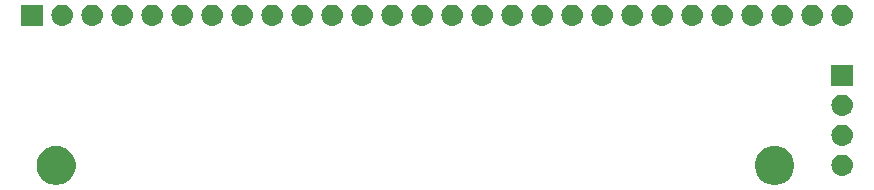
<source format=gbs>
G04 #@! TF.GenerationSoftware,KiCad,Pcbnew,5.1.2-f72e74a~84~ubuntu18.04.1*
G04 #@! TF.CreationDate,2019-07-20T11:54:10-04:00*
G04 #@! TF.ProjectId,stm32G0_basic,73746d33-3247-4305-9f62-617369632e6b,rev?*
G04 #@! TF.SameCoordinates,Original*
G04 #@! TF.FileFunction,Soldermask,Bot*
G04 #@! TF.FilePolarity,Negative*
%FSLAX46Y46*%
G04 Gerber Fmt 4.6, Leading zero omitted, Abs format (unit mm)*
G04 Created by KiCad (PCBNEW 5.1.2-f72e74a~84~ubuntu18.04.1) date 2019-07-20 11:54:10*
%MOMM*%
%LPD*%
G04 APERTURE LIST*
%ADD10C,0.100000*%
G04 APERTURE END LIST*
D10*
G36*
X164840256Y-112691298D02*
G01*
X164946579Y-112712447D01*
X165247042Y-112836903D01*
X165517451Y-113017585D01*
X165747415Y-113247549D01*
X165928097Y-113517958D01*
X166052553Y-113818421D01*
X166116000Y-114137391D01*
X166116000Y-114462609D01*
X166052553Y-114781579D01*
X165928097Y-115082042D01*
X165747415Y-115352451D01*
X165517451Y-115582415D01*
X165247042Y-115763097D01*
X164946579Y-115887553D01*
X164840256Y-115908702D01*
X164627611Y-115951000D01*
X164302389Y-115951000D01*
X164089744Y-115908702D01*
X163983421Y-115887553D01*
X163682958Y-115763097D01*
X163412549Y-115582415D01*
X163182585Y-115352451D01*
X163001903Y-115082042D01*
X162877447Y-114781579D01*
X162814000Y-114462609D01*
X162814000Y-114137391D01*
X162877447Y-113818421D01*
X163001903Y-113517958D01*
X163182585Y-113247549D01*
X163412549Y-113017585D01*
X163682958Y-112836903D01*
X163983421Y-112712447D01*
X164089744Y-112691298D01*
X164302389Y-112649000D01*
X164627611Y-112649000D01*
X164840256Y-112691298D01*
X164840256Y-112691298D01*
G37*
G36*
X104007256Y-112691298D02*
G01*
X104113579Y-112712447D01*
X104414042Y-112836903D01*
X104684451Y-113017585D01*
X104914415Y-113247549D01*
X105095097Y-113517958D01*
X105219553Y-113818421D01*
X105283000Y-114137391D01*
X105283000Y-114462609D01*
X105219553Y-114781579D01*
X105095097Y-115082042D01*
X104914415Y-115352451D01*
X104684451Y-115582415D01*
X104414042Y-115763097D01*
X104113579Y-115887553D01*
X104007256Y-115908702D01*
X103794611Y-115951000D01*
X103469389Y-115951000D01*
X103256744Y-115908702D01*
X103150421Y-115887553D01*
X102849958Y-115763097D01*
X102579549Y-115582415D01*
X102349585Y-115352451D01*
X102168903Y-115082042D01*
X102044447Y-114781579D01*
X101981000Y-114462609D01*
X101981000Y-114137391D01*
X102044447Y-113818421D01*
X102168903Y-113517958D01*
X102349585Y-113247549D01*
X102579549Y-113017585D01*
X102849958Y-112836903D01*
X103150421Y-112712447D01*
X103256744Y-112691298D01*
X103469389Y-112649000D01*
X103794611Y-112649000D01*
X104007256Y-112691298D01*
X104007256Y-112691298D01*
G37*
G36*
X170290443Y-113405519D02*
G01*
X170356627Y-113412037D01*
X170526466Y-113463557D01*
X170682991Y-113547222D01*
X170718729Y-113576552D01*
X170820186Y-113659814D01*
X170903448Y-113761271D01*
X170932778Y-113797009D01*
X171016443Y-113953534D01*
X171067963Y-114123373D01*
X171085359Y-114300000D01*
X171067963Y-114476627D01*
X171016443Y-114646466D01*
X170932778Y-114802991D01*
X170903448Y-114838729D01*
X170820186Y-114940186D01*
X170718729Y-115023448D01*
X170682991Y-115052778D01*
X170526466Y-115136443D01*
X170356627Y-115187963D01*
X170290442Y-115194482D01*
X170224260Y-115201000D01*
X170135740Y-115201000D01*
X170069558Y-115194482D01*
X170003373Y-115187963D01*
X169833534Y-115136443D01*
X169677009Y-115052778D01*
X169641271Y-115023448D01*
X169539814Y-114940186D01*
X169456552Y-114838729D01*
X169427222Y-114802991D01*
X169343557Y-114646466D01*
X169292037Y-114476627D01*
X169274641Y-114300000D01*
X169292037Y-114123373D01*
X169343557Y-113953534D01*
X169427222Y-113797009D01*
X169456552Y-113761271D01*
X169539814Y-113659814D01*
X169641271Y-113576552D01*
X169677009Y-113547222D01*
X169833534Y-113463557D01*
X170003373Y-113412037D01*
X170069557Y-113405519D01*
X170135740Y-113399000D01*
X170224260Y-113399000D01*
X170290443Y-113405519D01*
X170290443Y-113405519D01*
G37*
G36*
X170290442Y-110865518D02*
G01*
X170356627Y-110872037D01*
X170526466Y-110923557D01*
X170682991Y-111007222D01*
X170718729Y-111036552D01*
X170820186Y-111119814D01*
X170903448Y-111221271D01*
X170932778Y-111257009D01*
X171016443Y-111413534D01*
X171067963Y-111583373D01*
X171085359Y-111760000D01*
X171067963Y-111936627D01*
X171016443Y-112106466D01*
X170932778Y-112262991D01*
X170903448Y-112298729D01*
X170820186Y-112400186D01*
X170718729Y-112483448D01*
X170682991Y-112512778D01*
X170526466Y-112596443D01*
X170356627Y-112647963D01*
X170290442Y-112654482D01*
X170224260Y-112661000D01*
X170135740Y-112661000D01*
X170069558Y-112654482D01*
X170003373Y-112647963D01*
X169833534Y-112596443D01*
X169677009Y-112512778D01*
X169641271Y-112483448D01*
X169539814Y-112400186D01*
X169456552Y-112298729D01*
X169427222Y-112262991D01*
X169343557Y-112106466D01*
X169292037Y-111936627D01*
X169274641Y-111760000D01*
X169292037Y-111583373D01*
X169343557Y-111413534D01*
X169427222Y-111257009D01*
X169456552Y-111221271D01*
X169539814Y-111119814D01*
X169641271Y-111036552D01*
X169677009Y-111007222D01*
X169833534Y-110923557D01*
X170003373Y-110872037D01*
X170069558Y-110865518D01*
X170135740Y-110859000D01*
X170224260Y-110859000D01*
X170290442Y-110865518D01*
X170290442Y-110865518D01*
G37*
G36*
X170290443Y-108325519D02*
G01*
X170356627Y-108332037D01*
X170526466Y-108383557D01*
X170682991Y-108467222D01*
X170718729Y-108496552D01*
X170820186Y-108579814D01*
X170903448Y-108681271D01*
X170932778Y-108717009D01*
X171016443Y-108873534D01*
X171067963Y-109043373D01*
X171085359Y-109220000D01*
X171067963Y-109396627D01*
X171016443Y-109566466D01*
X170932778Y-109722991D01*
X170903448Y-109758729D01*
X170820186Y-109860186D01*
X170718729Y-109943448D01*
X170682991Y-109972778D01*
X170526466Y-110056443D01*
X170356627Y-110107963D01*
X170290443Y-110114481D01*
X170224260Y-110121000D01*
X170135740Y-110121000D01*
X170069557Y-110114481D01*
X170003373Y-110107963D01*
X169833534Y-110056443D01*
X169677009Y-109972778D01*
X169641271Y-109943448D01*
X169539814Y-109860186D01*
X169456552Y-109758729D01*
X169427222Y-109722991D01*
X169343557Y-109566466D01*
X169292037Y-109396627D01*
X169274641Y-109220000D01*
X169292037Y-109043373D01*
X169343557Y-108873534D01*
X169427222Y-108717009D01*
X169456552Y-108681271D01*
X169539814Y-108579814D01*
X169641271Y-108496552D01*
X169677009Y-108467222D01*
X169833534Y-108383557D01*
X170003373Y-108332037D01*
X170069557Y-108325519D01*
X170135740Y-108319000D01*
X170224260Y-108319000D01*
X170290443Y-108325519D01*
X170290443Y-108325519D01*
G37*
G36*
X171081000Y-107581000D02*
G01*
X169279000Y-107581000D01*
X169279000Y-105779000D01*
X171081000Y-105779000D01*
X171081000Y-107581000D01*
X171081000Y-107581000D01*
G37*
G36*
X144890443Y-100705519D02*
G01*
X144956627Y-100712037D01*
X145126466Y-100763557D01*
X145282991Y-100847222D01*
X145318729Y-100876552D01*
X145420186Y-100959814D01*
X145503448Y-101061271D01*
X145532778Y-101097009D01*
X145616443Y-101253534D01*
X145667963Y-101423373D01*
X145685359Y-101600000D01*
X145667963Y-101776627D01*
X145616443Y-101946466D01*
X145532778Y-102102991D01*
X145503448Y-102138729D01*
X145420186Y-102240186D01*
X145318729Y-102323448D01*
X145282991Y-102352778D01*
X145126466Y-102436443D01*
X144956627Y-102487963D01*
X144890442Y-102494482D01*
X144824260Y-102501000D01*
X144735740Y-102501000D01*
X144669558Y-102494482D01*
X144603373Y-102487963D01*
X144433534Y-102436443D01*
X144277009Y-102352778D01*
X144241271Y-102323448D01*
X144139814Y-102240186D01*
X144056552Y-102138729D01*
X144027222Y-102102991D01*
X143943557Y-101946466D01*
X143892037Y-101776627D01*
X143874641Y-101600000D01*
X143892037Y-101423373D01*
X143943557Y-101253534D01*
X144027222Y-101097009D01*
X144056552Y-101061271D01*
X144139814Y-100959814D01*
X144241271Y-100876552D01*
X144277009Y-100847222D01*
X144433534Y-100763557D01*
X144603373Y-100712037D01*
X144669557Y-100705519D01*
X144735740Y-100699000D01*
X144824260Y-100699000D01*
X144890443Y-100705519D01*
X144890443Y-100705519D01*
G37*
G36*
X102501000Y-102501000D02*
G01*
X100699000Y-102501000D01*
X100699000Y-100699000D01*
X102501000Y-100699000D01*
X102501000Y-102501000D01*
X102501000Y-102501000D01*
G37*
G36*
X147430443Y-100705519D02*
G01*
X147496627Y-100712037D01*
X147666466Y-100763557D01*
X147822991Y-100847222D01*
X147858729Y-100876552D01*
X147960186Y-100959814D01*
X148043448Y-101061271D01*
X148072778Y-101097009D01*
X148156443Y-101253534D01*
X148207963Y-101423373D01*
X148225359Y-101600000D01*
X148207963Y-101776627D01*
X148156443Y-101946466D01*
X148072778Y-102102991D01*
X148043448Y-102138729D01*
X147960186Y-102240186D01*
X147858729Y-102323448D01*
X147822991Y-102352778D01*
X147666466Y-102436443D01*
X147496627Y-102487963D01*
X147430442Y-102494482D01*
X147364260Y-102501000D01*
X147275740Y-102501000D01*
X147209558Y-102494482D01*
X147143373Y-102487963D01*
X146973534Y-102436443D01*
X146817009Y-102352778D01*
X146781271Y-102323448D01*
X146679814Y-102240186D01*
X146596552Y-102138729D01*
X146567222Y-102102991D01*
X146483557Y-101946466D01*
X146432037Y-101776627D01*
X146414641Y-101600000D01*
X146432037Y-101423373D01*
X146483557Y-101253534D01*
X146567222Y-101097009D01*
X146596552Y-101061271D01*
X146679814Y-100959814D01*
X146781271Y-100876552D01*
X146817009Y-100847222D01*
X146973534Y-100763557D01*
X147143373Y-100712037D01*
X147209557Y-100705519D01*
X147275740Y-100699000D01*
X147364260Y-100699000D01*
X147430443Y-100705519D01*
X147430443Y-100705519D01*
G37*
G36*
X149970443Y-100705519D02*
G01*
X150036627Y-100712037D01*
X150206466Y-100763557D01*
X150362991Y-100847222D01*
X150398729Y-100876552D01*
X150500186Y-100959814D01*
X150583448Y-101061271D01*
X150612778Y-101097009D01*
X150696443Y-101253534D01*
X150747963Y-101423373D01*
X150765359Y-101600000D01*
X150747963Y-101776627D01*
X150696443Y-101946466D01*
X150612778Y-102102991D01*
X150583448Y-102138729D01*
X150500186Y-102240186D01*
X150398729Y-102323448D01*
X150362991Y-102352778D01*
X150206466Y-102436443D01*
X150036627Y-102487963D01*
X149970442Y-102494482D01*
X149904260Y-102501000D01*
X149815740Y-102501000D01*
X149749558Y-102494482D01*
X149683373Y-102487963D01*
X149513534Y-102436443D01*
X149357009Y-102352778D01*
X149321271Y-102323448D01*
X149219814Y-102240186D01*
X149136552Y-102138729D01*
X149107222Y-102102991D01*
X149023557Y-101946466D01*
X148972037Y-101776627D01*
X148954641Y-101600000D01*
X148972037Y-101423373D01*
X149023557Y-101253534D01*
X149107222Y-101097009D01*
X149136552Y-101061271D01*
X149219814Y-100959814D01*
X149321271Y-100876552D01*
X149357009Y-100847222D01*
X149513534Y-100763557D01*
X149683373Y-100712037D01*
X149749557Y-100705519D01*
X149815740Y-100699000D01*
X149904260Y-100699000D01*
X149970443Y-100705519D01*
X149970443Y-100705519D01*
G37*
G36*
X152510443Y-100705519D02*
G01*
X152576627Y-100712037D01*
X152746466Y-100763557D01*
X152902991Y-100847222D01*
X152938729Y-100876552D01*
X153040186Y-100959814D01*
X153123448Y-101061271D01*
X153152778Y-101097009D01*
X153236443Y-101253534D01*
X153287963Y-101423373D01*
X153305359Y-101600000D01*
X153287963Y-101776627D01*
X153236443Y-101946466D01*
X153152778Y-102102991D01*
X153123448Y-102138729D01*
X153040186Y-102240186D01*
X152938729Y-102323448D01*
X152902991Y-102352778D01*
X152746466Y-102436443D01*
X152576627Y-102487963D01*
X152510442Y-102494482D01*
X152444260Y-102501000D01*
X152355740Y-102501000D01*
X152289558Y-102494482D01*
X152223373Y-102487963D01*
X152053534Y-102436443D01*
X151897009Y-102352778D01*
X151861271Y-102323448D01*
X151759814Y-102240186D01*
X151676552Y-102138729D01*
X151647222Y-102102991D01*
X151563557Y-101946466D01*
X151512037Y-101776627D01*
X151494641Y-101600000D01*
X151512037Y-101423373D01*
X151563557Y-101253534D01*
X151647222Y-101097009D01*
X151676552Y-101061271D01*
X151759814Y-100959814D01*
X151861271Y-100876552D01*
X151897009Y-100847222D01*
X152053534Y-100763557D01*
X152223373Y-100712037D01*
X152289557Y-100705519D01*
X152355740Y-100699000D01*
X152444260Y-100699000D01*
X152510443Y-100705519D01*
X152510443Y-100705519D01*
G37*
G36*
X155050443Y-100705519D02*
G01*
X155116627Y-100712037D01*
X155286466Y-100763557D01*
X155442991Y-100847222D01*
X155478729Y-100876552D01*
X155580186Y-100959814D01*
X155663448Y-101061271D01*
X155692778Y-101097009D01*
X155776443Y-101253534D01*
X155827963Y-101423373D01*
X155845359Y-101600000D01*
X155827963Y-101776627D01*
X155776443Y-101946466D01*
X155692778Y-102102991D01*
X155663448Y-102138729D01*
X155580186Y-102240186D01*
X155478729Y-102323448D01*
X155442991Y-102352778D01*
X155286466Y-102436443D01*
X155116627Y-102487963D01*
X155050442Y-102494482D01*
X154984260Y-102501000D01*
X154895740Y-102501000D01*
X154829558Y-102494482D01*
X154763373Y-102487963D01*
X154593534Y-102436443D01*
X154437009Y-102352778D01*
X154401271Y-102323448D01*
X154299814Y-102240186D01*
X154216552Y-102138729D01*
X154187222Y-102102991D01*
X154103557Y-101946466D01*
X154052037Y-101776627D01*
X154034641Y-101600000D01*
X154052037Y-101423373D01*
X154103557Y-101253534D01*
X154187222Y-101097009D01*
X154216552Y-101061271D01*
X154299814Y-100959814D01*
X154401271Y-100876552D01*
X154437009Y-100847222D01*
X154593534Y-100763557D01*
X154763373Y-100712037D01*
X154829557Y-100705519D01*
X154895740Y-100699000D01*
X154984260Y-100699000D01*
X155050443Y-100705519D01*
X155050443Y-100705519D01*
G37*
G36*
X157590443Y-100705519D02*
G01*
X157656627Y-100712037D01*
X157826466Y-100763557D01*
X157982991Y-100847222D01*
X158018729Y-100876552D01*
X158120186Y-100959814D01*
X158203448Y-101061271D01*
X158232778Y-101097009D01*
X158316443Y-101253534D01*
X158367963Y-101423373D01*
X158385359Y-101600000D01*
X158367963Y-101776627D01*
X158316443Y-101946466D01*
X158232778Y-102102991D01*
X158203448Y-102138729D01*
X158120186Y-102240186D01*
X158018729Y-102323448D01*
X157982991Y-102352778D01*
X157826466Y-102436443D01*
X157656627Y-102487963D01*
X157590442Y-102494482D01*
X157524260Y-102501000D01*
X157435740Y-102501000D01*
X157369558Y-102494482D01*
X157303373Y-102487963D01*
X157133534Y-102436443D01*
X156977009Y-102352778D01*
X156941271Y-102323448D01*
X156839814Y-102240186D01*
X156756552Y-102138729D01*
X156727222Y-102102991D01*
X156643557Y-101946466D01*
X156592037Y-101776627D01*
X156574641Y-101600000D01*
X156592037Y-101423373D01*
X156643557Y-101253534D01*
X156727222Y-101097009D01*
X156756552Y-101061271D01*
X156839814Y-100959814D01*
X156941271Y-100876552D01*
X156977009Y-100847222D01*
X157133534Y-100763557D01*
X157303373Y-100712037D01*
X157369557Y-100705519D01*
X157435740Y-100699000D01*
X157524260Y-100699000D01*
X157590443Y-100705519D01*
X157590443Y-100705519D01*
G37*
G36*
X160130443Y-100705519D02*
G01*
X160196627Y-100712037D01*
X160366466Y-100763557D01*
X160522991Y-100847222D01*
X160558729Y-100876552D01*
X160660186Y-100959814D01*
X160743448Y-101061271D01*
X160772778Y-101097009D01*
X160856443Y-101253534D01*
X160907963Y-101423373D01*
X160925359Y-101600000D01*
X160907963Y-101776627D01*
X160856443Y-101946466D01*
X160772778Y-102102991D01*
X160743448Y-102138729D01*
X160660186Y-102240186D01*
X160558729Y-102323448D01*
X160522991Y-102352778D01*
X160366466Y-102436443D01*
X160196627Y-102487963D01*
X160130442Y-102494482D01*
X160064260Y-102501000D01*
X159975740Y-102501000D01*
X159909558Y-102494482D01*
X159843373Y-102487963D01*
X159673534Y-102436443D01*
X159517009Y-102352778D01*
X159481271Y-102323448D01*
X159379814Y-102240186D01*
X159296552Y-102138729D01*
X159267222Y-102102991D01*
X159183557Y-101946466D01*
X159132037Y-101776627D01*
X159114641Y-101600000D01*
X159132037Y-101423373D01*
X159183557Y-101253534D01*
X159267222Y-101097009D01*
X159296552Y-101061271D01*
X159379814Y-100959814D01*
X159481271Y-100876552D01*
X159517009Y-100847222D01*
X159673534Y-100763557D01*
X159843373Y-100712037D01*
X159909557Y-100705519D01*
X159975740Y-100699000D01*
X160064260Y-100699000D01*
X160130443Y-100705519D01*
X160130443Y-100705519D01*
G37*
G36*
X162670443Y-100705519D02*
G01*
X162736627Y-100712037D01*
X162906466Y-100763557D01*
X163062991Y-100847222D01*
X163098729Y-100876552D01*
X163200186Y-100959814D01*
X163283448Y-101061271D01*
X163312778Y-101097009D01*
X163396443Y-101253534D01*
X163447963Y-101423373D01*
X163465359Y-101600000D01*
X163447963Y-101776627D01*
X163396443Y-101946466D01*
X163312778Y-102102991D01*
X163283448Y-102138729D01*
X163200186Y-102240186D01*
X163098729Y-102323448D01*
X163062991Y-102352778D01*
X162906466Y-102436443D01*
X162736627Y-102487963D01*
X162670442Y-102494482D01*
X162604260Y-102501000D01*
X162515740Y-102501000D01*
X162449558Y-102494482D01*
X162383373Y-102487963D01*
X162213534Y-102436443D01*
X162057009Y-102352778D01*
X162021271Y-102323448D01*
X161919814Y-102240186D01*
X161836552Y-102138729D01*
X161807222Y-102102991D01*
X161723557Y-101946466D01*
X161672037Y-101776627D01*
X161654641Y-101600000D01*
X161672037Y-101423373D01*
X161723557Y-101253534D01*
X161807222Y-101097009D01*
X161836552Y-101061271D01*
X161919814Y-100959814D01*
X162021271Y-100876552D01*
X162057009Y-100847222D01*
X162213534Y-100763557D01*
X162383373Y-100712037D01*
X162449557Y-100705519D01*
X162515740Y-100699000D01*
X162604260Y-100699000D01*
X162670443Y-100705519D01*
X162670443Y-100705519D01*
G37*
G36*
X165210443Y-100705519D02*
G01*
X165276627Y-100712037D01*
X165446466Y-100763557D01*
X165602991Y-100847222D01*
X165638729Y-100876552D01*
X165740186Y-100959814D01*
X165823448Y-101061271D01*
X165852778Y-101097009D01*
X165936443Y-101253534D01*
X165987963Y-101423373D01*
X166005359Y-101600000D01*
X165987963Y-101776627D01*
X165936443Y-101946466D01*
X165852778Y-102102991D01*
X165823448Y-102138729D01*
X165740186Y-102240186D01*
X165638729Y-102323448D01*
X165602991Y-102352778D01*
X165446466Y-102436443D01*
X165276627Y-102487963D01*
X165210442Y-102494482D01*
X165144260Y-102501000D01*
X165055740Y-102501000D01*
X164989558Y-102494482D01*
X164923373Y-102487963D01*
X164753534Y-102436443D01*
X164597009Y-102352778D01*
X164561271Y-102323448D01*
X164459814Y-102240186D01*
X164376552Y-102138729D01*
X164347222Y-102102991D01*
X164263557Y-101946466D01*
X164212037Y-101776627D01*
X164194641Y-101600000D01*
X164212037Y-101423373D01*
X164263557Y-101253534D01*
X164347222Y-101097009D01*
X164376552Y-101061271D01*
X164459814Y-100959814D01*
X164561271Y-100876552D01*
X164597009Y-100847222D01*
X164753534Y-100763557D01*
X164923373Y-100712037D01*
X164989557Y-100705519D01*
X165055740Y-100699000D01*
X165144260Y-100699000D01*
X165210443Y-100705519D01*
X165210443Y-100705519D01*
G37*
G36*
X167750443Y-100705519D02*
G01*
X167816627Y-100712037D01*
X167986466Y-100763557D01*
X168142991Y-100847222D01*
X168178729Y-100876552D01*
X168280186Y-100959814D01*
X168363448Y-101061271D01*
X168392778Y-101097009D01*
X168476443Y-101253534D01*
X168527963Y-101423373D01*
X168545359Y-101600000D01*
X168527963Y-101776627D01*
X168476443Y-101946466D01*
X168392778Y-102102991D01*
X168363448Y-102138729D01*
X168280186Y-102240186D01*
X168178729Y-102323448D01*
X168142991Y-102352778D01*
X167986466Y-102436443D01*
X167816627Y-102487963D01*
X167750442Y-102494482D01*
X167684260Y-102501000D01*
X167595740Y-102501000D01*
X167529558Y-102494482D01*
X167463373Y-102487963D01*
X167293534Y-102436443D01*
X167137009Y-102352778D01*
X167101271Y-102323448D01*
X166999814Y-102240186D01*
X166916552Y-102138729D01*
X166887222Y-102102991D01*
X166803557Y-101946466D01*
X166752037Y-101776627D01*
X166734641Y-101600000D01*
X166752037Y-101423373D01*
X166803557Y-101253534D01*
X166887222Y-101097009D01*
X166916552Y-101061271D01*
X166999814Y-100959814D01*
X167101271Y-100876552D01*
X167137009Y-100847222D01*
X167293534Y-100763557D01*
X167463373Y-100712037D01*
X167529557Y-100705519D01*
X167595740Y-100699000D01*
X167684260Y-100699000D01*
X167750443Y-100705519D01*
X167750443Y-100705519D01*
G37*
G36*
X170290443Y-100705519D02*
G01*
X170356627Y-100712037D01*
X170526466Y-100763557D01*
X170682991Y-100847222D01*
X170718729Y-100876552D01*
X170820186Y-100959814D01*
X170903448Y-101061271D01*
X170932778Y-101097009D01*
X171016443Y-101253534D01*
X171067963Y-101423373D01*
X171085359Y-101600000D01*
X171067963Y-101776627D01*
X171016443Y-101946466D01*
X170932778Y-102102991D01*
X170903448Y-102138729D01*
X170820186Y-102240186D01*
X170718729Y-102323448D01*
X170682991Y-102352778D01*
X170526466Y-102436443D01*
X170356627Y-102487963D01*
X170290442Y-102494482D01*
X170224260Y-102501000D01*
X170135740Y-102501000D01*
X170069558Y-102494482D01*
X170003373Y-102487963D01*
X169833534Y-102436443D01*
X169677009Y-102352778D01*
X169641271Y-102323448D01*
X169539814Y-102240186D01*
X169456552Y-102138729D01*
X169427222Y-102102991D01*
X169343557Y-101946466D01*
X169292037Y-101776627D01*
X169274641Y-101600000D01*
X169292037Y-101423373D01*
X169343557Y-101253534D01*
X169427222Y-101097009D01*
X169456552Y-101061271D01*
X169539814Y-100959814D01*
X169641271Y-100876552D01*
X169677009Y-100847222D01*
X169833534Y-100763557D01*
X170003373Y-100712037D01*
X170069557Y-100705519D01*
X170135740Y-100699000D01*
X170224260Y-100699000D01*
X170290443Y-100705519D01*
X170290443Y-100705519D01*
G37*
G36*
X109330443Y-100705519D02*
G01*
X109396627Y-100712037D01*
X109566466Y-100763557D01*
X109722991Y-100847222D01*
X109758729Y-100876552D01*
X109860186Y-100959814D01*
X109943448Y-101061271D01*
X109972778Y-101097009D01*
X110056443Y-101253534D01*
X110107963Y-101423373D01*
X110125359Y-101600000D01*
X110107963Y-101776627D01*
X110056443Y-101946466D01*
X109972778Y-102102991D01*
X109943448Y-102138729D01*
X109860186Y-102240186D01*
X109758729Y-102323448D01*
X109722991Y-102352778D01*
X109566466Y-102436443D01*
X109396627Y-102487963D01*
X109330442Y-102494482D01*
X109264260Y-102501000D01*
X109175740Y-102501000D01*
X109109558Y-102494482D01*
X109043373Y-102487963D01*
X108873534Y-102436443D01*
X108717009Y-102352778D01*
X108681271Y-102323448D01*
X108579814Y-102240186D01*
X108496552Y-102138729D01*
X108467222Y-102102991D01*
X108383557Y-101946466D01*
X108332037Y-101776627D01*
X108314641Y-101600000D01*
X108332037Y-101423373D01*
X108383557Y-101253534D01*
X108467222Y-101097009D01*
X108496552Y-101061271D01*
X108579814Y-100959814D01*
X108681271Y-100876552D01*
X108717009Y-100847222D01*
X108873534Y-100763557D01*
X109043373Y-100712037D01*
X109109557Y-100705519D01*
X109175740Y-100699000D01*
X109264260Y-100699000D01*
X109330443Y-100705519D01*
X109330443Y-100705519D01*
G37*
G36*
X104250443Y-100705519D02*
G01*
X104316627Y-100712037D01*
X104486466Y-100763557D01*
X104642991Y-100847222D01*
X104678729Y-100876552D01*
X104780186Y-100959814D01*
X104863448Y-101061271D01*
X104892778Y-101097009D01*
X104976443Y-101253534D01*
X105027963Y-101423373D01*
X105045359Y-101600000D01*
X105027963Y-101776627D01*
X104976443Y-101946466D01*
X104892778Y-102102991D01*
X104863448Y-102138729D01*
X104780186Y-102240186D01*
X104678729Y-102323448D01*
X104642991Y-102352778D01*
X104486466Y-102436443D01*
X104316627Y-102487963D01*
X104250442Y-102494482D01*
X104184260Y-102501000D01*
X104095740Y-102501000D01*
X104029558Y-102494482D01*
X103963373Y-102487963D01*
X103793534Y-102436443D01*
X103637009Y-102352778D01*
X103601271Y-102323448D01*
X103499814Y-102240186D01*
X103416552Y-102138729D01*
X103387222Y-102102991D01*
X103303557Y-101946466D01*
X103252037Y-101776627D01*
X103234641Y-101600000D01*
X103252037Y-101423373D01*
X103303557Y-101253534D01*
X103387222Y-101097009D01*
X103416552Y-101061271D01*
X103499814Y-100959814D01*
X103601271Y-100876552D01*
X103637009Y-100847222D01*
X103793534Y-100763557D01*
X103963373Y-100712037D01*
X104029557Y-100705519D01*
X104095740Y-100699000D01*
X104184260Y-100699000D01*
X104250443Y-100705519D01*
X104250443Y-100705519D01*
G37*
G36*
X142350443Y-100705519D02*
G01*
X142416627Y-100712037D01*
X142586466Y-100763557D01*
X142742991Y-100847222D01*
X142778729Y-100876552D01*
X142880186Y-100959814D01*
X142963448Y-101061271D01*
X142992778Y-101097009D01*
X143076443Y-101253534D01*
X143127963Y-101423373D01*
X143145359Y-101600000D01*
X143127963Y-101776627D01*
X143076443Y-101946466D01*
X142992778Y-102102991D01*
X142963448Y-102138729D01*
X142880186Y-102240186D01*
X142778729Y-102323448D01*
X142742991Y-102352778D01*
X142586466Y-102436443D01*
X142416627Y-102487963D01*
X142350442Y-102494482D01*
X142284260Y-102501000D01*
X142195740Y-102501000D01*
X142129558Y-102494482D01*
X142063373Y-102487963D01*
X141893534Y-102436443D01*
X141737009Y-102352778D01*
X141701271Y-102323448D01*
X141599814Y-102240186D01*
X141516552Y-102138729D01*
X141487222Y-102102991D01*
X141403557Y-101946466D01*
X141352037Y-101776627D01*
X141334641Y-101600000D01*
X141352037Y-101423373D01*
X141403557Y-101253534D01*
X141487222Y-101097009D01*
X141516552Y-101061271D01*
X141599814Y-100959814D01*
X141701271Y-100876552D01*
X141737009Y-100847222D01*
X141893534Y-100763557D01*
X142063373Y-100712037D01*
X142129557Y-100705519D01*
X142195740Y-100699000D01*
X142284260Y-100699000D01*
X142350443Y-100705519D01*
X142350443Y-100705519D01*
G37*
G36*
X137270443Y-100705519D02*
G01*
X137336627Y-100712037D01*
X137506466Y-100763557D01*
X137662991Y-100847222D01*
X137698729Y-100876552D01*
X137800186Y-100959814D01*
X137883448Y-101061271D01*
X137912778Y-101097009D01*
X137996443Y-101253534D01*
X138047963Y-101423373D01*
X138065359Y-101600000D01*
X138047963Y-101776627D01*
X137996443Y-101946466D01*
X137912778Y-102102991D01*
X137883448Y-102138729D01*
X137800186Y-102240186D01*
X137698729Y-102323448D01*
X137662991Y-102352778D01*
X137506466Y-102436443D01*
X137336627Y-102487963D01*
X137270442Y-102494482D01*
X137204260Y-102501000D01*
X137115740Y-102501000D01*
X137049558Y-102494482D01*
X136983373Y-102487963D01*
X136813534Y-102436443D01*
X136657009Y-102352778D01*
X136621271Y-102323448D01*
X136519814Y-102240186D01*
X136436552Y-102138729D01*
X136407222Y-102102991D01*
X136323557Y-101946466D01*
X136272037Y-101776627D01*
X136254641Y-101600000D01*
X136272037Y-101423373D01*
X136323557Y-101253534D01*
X136407222Y-101097009D01*
X136436552Y-101061271D01*
X136519814Y-100959814D01*
X136621271Y-100876552D01*
X136657009Y-100847222D01*
X136813534Y-100763557D01*
X136983373Y-100712037D01*
X137049557Y-100705519D01*
X137115740Y-100699000D01*
X137204260Y-100699000D01*
X137270443Y-100705519D01*
X137270443Y-100705519D01*
G37*
G36*
X134730443Y-100705519D02*
G01*
X134796627Y-100712037D01*
X134966466Y-100763557D01*
X135122991Y-100847222D01*
X135158729Y-100876552D01*
X135260186Y-100959814D01*
X135343448Y-101061271D01*
X135372778Y-101097009D01*
X135456443Y-101253534D01*
X135507963Y-101423373D01*
X135525359Y-101600000D01*
X135507963Y-101776627D01*
X135456443Y-101946466D01*
X135372778Y-102102991D01*
X135343448Y-102138729D01*
X135260186Y-102240186D01*
X135158729Y-102323448D01*
X135122991Y-102352778D01*
X134966466Y-102436443D01*
X134796627Y-102487963D01*
X134730442Y-102494482D01*
X134664260Y-102501000D01*
X134575740Y-102501000D01*
X134509558Y-102494482D01*
X134443373Y-102487963D01*
X134273534Y-102436443D01*
X134117009Y-102352778D01*
X134081271Y-102323448D01*
X133979814Y-102240186D01*
X133896552Y-102138729D01*
X133867222Y-102102991D01*
X133783557Y-101946466D01*
X133732037Y-101776627D01*
X133714641Y-101600000D01*
X133732037Y-101423373D01*
X133783557Y-101253534D01*
X133867222Y-101097009D01*
X133896552Y-101061271D01*
X133979814Y-100959814D01*
X134081271Y-100876552D01*
X134117009Y-100847222D01*
X134273534Y-100763557D01*
X134443373Y-100712037D01*
X134509557Y-100705519D01*
X134575740Y-100699000D01*
X134664260Y-100699000D01*
X134730443Y-100705519D01*
X134730443Y-100705519D01*
G37*
G36*
X132190443Y-100705519D02*
G01*
X132256627Y-100712037D01*
X132426466Y-100763557D01*
X132582991Y-100847222D01*
X132618729Y-100876552D01*
X132720186Y-100959814D01*
X132803448Y-101061271D01*
X132832778Y-101097009D01*
X132916443Y-101253534D01*
X132967963Y-101423373D01*
X132985359Y-101600000D01*
X132967963Y-101776627D01*
X132916443Y-101946466D01*
X132832778Y-102102991D01*
X132803448Y-102138729D01*
X132720186Y-102240186D01*
X132618729Y-102323448D01*
X132582991Y-102352778D01*
X132426466Y-102436443D01*
X132256627Y-102487963D01*
X132190442Y-102494482D01*
X132124260Y-102501000D01*
X132035740Y-102501000D01*
X131969558Y-102494482D01*
X131903373Y-102487963D01*
X131733534Y-102436443D01*
X131577009Y-102352778D01*
X131541271Y-102323448D01*
X131439814Y-102240186D01*
X131356552Y-102138729D01*
X131327222Y-102102991D01*
X131243557Y-101946466D01*
X131192037Y-101776627D01*
X131174641Y-101600000D01*
X131192037Y-101423373D01*
X131243557Y-101253534D01*
X131327222Y-101097009D01*
X131356552Y-101061271D01*
X131439814Y-100959814D01*
X131541271Y-100876552D01*
X131577009Y-100847222D01*
X131733534Y-100763557D01*
X131903373Y-100712037D01*
X131969557Y-100705519D01*
X132035740Y-100699000D01*
X132124260Y-100699000D01*
X132190443Y-100705519D01*
X132190443Y-100705519D01*
G37*
G36*
X129650443Y-100705519D02*
G01*
X129716627Y-100712037D01*
X129886466Y-100763557D01*
X130042991Y-100847222D01*
X130078729Y-100876552D01*
X130180186Y-100959814D01*
X130263448Y-101061271D01*
X130292778Y-101097009D01*
X130376443Y-101253534D01*
X130427963Y-101423373D01*
X130445359Y-101600000D01*
X130427963Y-101776627D01*
X130376443Y-101946466D01*
X130292778Y-102102991D01*
X130263448Y-102138729D01*
X130180186Y-102240186D01*
X130078729Y-102323448D01*
X130042991Y-102352778D01*
X129886466Y-102436443D01*
X129716627Y-102487963D01*
X129650442Y-102494482D01*
X129584260Y-102501000D01*
X129495740Y-102501000D01*
X129429558Y-102494482D01*
X129363373Y-102487963D01*
X129193534Y-102436443D01*
X129037009Y-102352778D01*
X129001271Y-102323448D01*
X128899814Y-102240186D01*
X128816552Y-102138729D01*
X128787222Y-102102991D01*
X128703557Y-101946466D01*
X128652037Y-101776627D01*
X128634641Y-101600000D01*
X128652037Y-101423373D01*
X128703557Y-101253534D01*
X128787222Y-101097009D01*
X128816552Y-101061271D01*
X128899814Y-100959814D01*
X129001271Y-100876552D01*
X129037009Y-100847222D01*
X129193534Y-100763557D01*
X129363373Y-100712037D01*
X129429557Y-100705519D01*
X129495740Y-100699000D01*
X129584260Y-100699000D01*
X129650443Y-100705519D01*
X129650443Y-100705519D01*
G37*
G36*
X127110443Y-100705519D02*
G01*
X127176627Y-100712037D01*
X127346466Y-100763557D01*
X127502991Y-100847222D01*
X127538729Y-100876552D01*
X127640186Y-100959814D01*
X127723448Y-101061271D01*
X127752778Y-101097009D01*
X127836443Y-101253534D01*
X127887963Y-101423373D01*
X127905359Y-101600000D01*
X127887963Y-101776627D01*
X127836443Y-101946466D01*
X127752778Y-102102991D01*
X127723448Y-102138729D01*
X127640186Y-102240186D01*
X127538729Y-102323448D01*
X127502991Y-102352778D01*
X127346466Y-102436443D01*
X127176627Y-102487963D01*
X127110442Y-102494482D01*
X127044260Y-102501000D01*
X126955740Y-102501000D01*
X126889558Y-102494482D01*
X126823373Y-102487963D01*
X126653534Y-102436443D01*
X126497009Y-102352778D01*
X126461271Y-102323448D01*
X126359814Y-102240186D01*
X126276552Y-102138729D01*
X126247222Y-102102991D01*
X126163557Y-101946466D01*
X126112037Y-101776627D01*
X126094641Y-101600000D01*
X126112037Y-101423373D01*
X126163557Y-101253534D01*
X126247222Y-101097009D01*
X126276552Y-101061271D01*
X126359814Y-100959814D01*
X126461271Y-100876552D01*
X126497009Y-100847222D01*
X126653534Y-100763557D01*
X126823373Y-100712037D01*
X126889557Y-100705519D01*
X126955740Y-100699000D01*
X127044260Y-100699000D01*
X127110443Y-100705519D01*
X127110443Y-100705519D01*
G37*
G36*
X124570443Y-100705519D02*
G01*
X124636627Y-100712037D01*
X124806466Y-100763557D01*
X124962991Y-100847222D01*
X124998729Y-100876552D01*
X125100186Y-100959814D01*
X125183448Y-101061271D01*
X125212778Y-101097009D01*
X125296443Y-101253534D01*
X125347963Y-101423373D01*
X125365359Y-101600000D01*
X125347963Y-101776627D01*
X125296443Y-101946466D01*
X125212778Y-102102991D01*
X125183448Y-102138729D01*
X125100186Y-102240186D01*
X124998729Y-102323448D01*
X124962991Y-102352778D01*
X124806466Y-102436443D01*
X124636627Y-102487963D01*
X124570442Y-102494482D01*
X124504260Y-102501000D01*
X124415740Y-102501000D01*
X124349558Y-102494482D01*
X124283373Y-102487963D01*
X124113534Y-102436443D01*
X123957009Y-102352778D01*
X123921271Y-102323448D01*
X123819814Y-102240186D01*
X123736552Y-102138729D01*
X123707222Y-102102991D01*
X123623557Y-101946466D01*
X123572037Y-101776627D01*
X123554641Y-101600000D01*
X123572037Y-101423373D01*
X123623557Y-101253534D01*
X123707222Y-101097009D01*
X123736552Y-101061271D01*
X123819814Y-100959814D01*
X123921271Y-100876552D01*
X123957009Y-100847222D01*
X124113534Y-100763557D01*
X124283373Y-100712037D01*
X124349557Y-100705519D01*
X124415740Y-100699000D01*
X124504260Y-100699000D01*
X124570443Y-100705519D01*
X124570443Y-100705519D01*
G37*
G36*
X122030443Y-100705519D02*
G01*
X122096627Y-100712037D01*
X122266466Y-100763557D01*
X122422991Y-100847222D01*
X122458729Y-100876552D01*
X122560186Y-100959814D01*
X122643448Y-101061271D01*
X122672778Y-101097009D01*
X122756443Y-101253534D01*
X122807963Y-101423373D01*
X122825359Y-101600000D01*
X122807963Y-101776627D01*
X122756443Y-101946466D01*
X122672778Y-102102991D01*
X122643448Y-102138729D01*
X122560186Y-102240186D01*
X122458729Y-102323448D01*
X122422991Y-102352778D01*
X122266466Y-102436443D01*
X122096627Y-102487963D01*
X122030442Y-102494482D01*
X121964260Y-102501000D01*
X121875740Y-102501000D01*
X121809558Y-102494482D01*
X121743373Y-102487963D01*
X121573534Y-102436443D01*
X121417009Y-102352778D01*
X121381271Y-102323448D01*
X121279814Y-102240186D01*
X121196552Y-102138729D01*
X121167222Y-102102991D01*
X121083557Y-101946466D01*
X121032037Y-101776627D01*
X121014641Y-101600000D01*
X121032037Y-101423373D01*
X121083557Y-101253534D01*
X121167222Y-101097009D01*
X121196552Y-101061271D01*
X121279814Y-100959814D01*
X121381271Y-100876552D01*
X121417009Y-100847222D01*
X121573534Y-100763557D01*
X121743373Y-100712037D01*
X121809557Y-100705519D01*
X121875740Y-100699000D01*
X121964260Y-100699000D01*
X122030443Y-100705519D01*
X122030443Y-100705519D01*
G37*
G36*
X119490443Y-100705519D02*
G01*
X119556627Y-100712037D01*
X119726466Y-100763557D01*
X119882991Y-100847222D01*
X119918729Y-100876552D01*
X120020186Y-100959814D01*
X120103448Y-101061271D01*
X120132778Y-101097009D01*
X120216443Y-101253534D01*
X120267963Y-101423373D01*
X120285359Y-101600000D01*
X120267963Y-101776627D01*
X120216443Y-101946466D01*
X120132778Y-102102991D01*
X120103448Y-102138729D01*
X120020186Y-102240186D01*
X119918729Y-102323448D01*
X119882991Y-102352778D01*
X119726466Y-102436443D01*
X119556627Y-102487963D01*
X119490442Y-102494482D01*
X119424260Y-102501000D01*
X119335740Y-102501000D01*
X119269558Y-102494482D01*
X119203373Y-102487963D01*
X119033534Y-102436443D01*
X118877009Y-102352778D01*
X118841271Y-102323448D01*
X118739814Y-102240186D01*
X118656552Y-102138729D01*
X118627222Y-102102991D01*
X118543557Y-101946466D01*
X118492037Y-101776627D01*
X118474641Y-101600000D01*
X118492037Y-101423373D01*
X118543557Y-101253534D01*
X118627222Y-101097009D01*
X118656552Y-101061271D01*
X118739814Y-100959814D01*
X118841271Y-100876552D01*
X118877009Y-100847222D01*
X119033534Y-100763557D01*
X119203373Y-100712037D01*
X119269557Y-100705519D01*
X119335740Y-100699000D01*
X119424260Y-100699000D01*
X119490443Y-100705519D01*
X119490443Y-100705519D01*
G37*
G36*
X116950443Y-100705519D02*
G01*
X117016627Y-100712037D01*
X117186466Y-100763557D01*
X117342991Y-100847222D01*
X117378729Y-100876552D01*
X117480186Y-100959814D01*
X117563448Y-101061271D01*
X117592778Y-101097009D01*
X117676443Y-101253534D01*
X117727963Y-101423373D01*
X117745359Y-101600000D01*
X117727963Y-101776627D01*
X117676443Y-101946466D01*
X117592778Y-102102991D01*
X117563448Y-102138729D01*
X117480186Y-102240186D01*
X117378729Y-102323448D01*
X117342991Y-102352778D01*
X117186466Y-102436443D01*
X117016627Y-102487963D01*
X116950442Y-102494482D01*
X116884260Y-102501000D01*
X116795740Y-102501000D01*
X116729558Y-102494482D01*
X116663373Y-102487963D01*
X116493534Y-102436443D01*
X116337009Y-102352778D01*
X116301271Y-102323448D01*
X116199814Y-102240186D01*
X116116552Y-102138729D01*
X116087222Y-102102991D01*
X116003557Y-101946466D01*
X115952037Y-101776627D01*
X115934641Y-101600000D01*
X115952037Y-101423373D01*
X116003557Y-101253534D01*
X116087222Y-101097009D01*
X116116552Y-101061271D01*
X116199814Y-100959814D01*
X116301271Y-100876552D01*
X116337009Y-100847222D01*
X116493534Y-100763557D01*
X116663373Y-100712037D01*
X116729557Y-100705519D01*
X116795740Y-100699000D01*
X116884260Y-100699000D01*
X116950443Y-100705519D01*
X116950443Y-100705519D01*
G37*
G36*
X114410443Y-100705519D02*
G01*
X114476627Y-100712037D01*
X114646466Y-100763557D01*
X114802991Y-100847222D01*
X114838729Y-100876552D01*
X114940186Y-100959814D01*
X115023448Y-101061271D01*
X115052778Y-101097009D01*
X115136443Y-101253534D01*
X115187963Y-101423373D01*
X115205359Y-101600000D01*
X115187963Y-101776627D01*
X115136443Y-101946466D01*
X115052778Y-102102991D01*
X115023448Y-102138729D01*
X114940186Y-102240186D01*
X114838729Y-102323448D01*
X114802991Y-102352778D01*
X114646466Y-102436443D01*
X114476627Y-102487963D01*
X114410442Y-102494482D01*
X114344260Y-102501000D01*
X114255740Y-102501000D01*
X114189558Y-102494482D01*
X114123373Y-102487963D01*
X113953534Y-102436443D01*
X113797009Y-102352778D01*
X113761271Y-102323448D01*
X113659814Y-102240186D01*
X113576552Y-102138729D01*
X113547222Y-102102991D01*
X113463557Y-101946466D01*
X113412037Y-101776627D01*
X113394641Y-101600000D01*
X113412037Y-101423373D01*
X113463557Y-101253534D01*
X113547222Y-101097009D01*
X113576552Y-101061271D01*
X113659814Y-100959814D01*
X113761271Y-100876552D01*
X113797009Y-100847222D01*
X113953534Y-100763557D01*
X114123373Y-100712037D01*
X114189557Y-100705519D01*
X114255740Y-100699000D01*
X114344260Y-100699000D01*
X114410443Y-100705519D01*
X114410443Y-100705519D01*
G37*
G36*
X111870443Y-100705519D02*
G01*
X111936627Y-100712037D01*
X112106466Y-100763557D01*
X112262991Y-100847222D01*
X112298729Y-100876552D01*
X112400186Y-100959814D01*
X112483448Y-101061271D01*
X112512778Y-101097009D01*
X112596443Y-101253534D01*
X112647963Y-101423373D01*
X112665359Y-101600000D01*
X112647963Y-101776627D01*
X112596443Y-101946466D01*
X112512778Y-102102991D01*
X112483448Y-102138729D01*
X112400186Y-102240186D01*
X112298729Y-102323448D01*
X112262991Y-102352778D01*
X112106466Y-102436443D01*
X111936627Y-102487963D01*
X111870442Y-102494482D01*
X111804260Y-102501000D01*
X111715740Y-102501000D01*
X111649558Y-102494482D01*
X111583373Y-102487963D01*
X111413534Y-102436443D01*
X111257009Y-102352778D01*
X111221271Y-102323448D01*
X111119814Y-102240186D01*
X111036552Y-102138729D01*
X111007222Y-102102991D01*
X110923557Y-101946466D01*
X110872037Y-101776627D01*
X110854641Y-101600000D01*
X110872037Y-101423373D01*
X110923557Y-101253534D01*
X111007222Y-101097009D01*
X111036552Y-101061271D01*
X111119814Y-100959814D01*
X111221271Y-100876552D01*
X111257009Y-100847222D01*
X111413534Y-100763557D01*
X111583373Y-100712037D01*
X111649557Y-100705519D01*
X111715740Y-100699000D01*
X111804260Y-100699000D01*
X111870443Y-100705519D01*
X111870443Y-100705519D01*
G37*
G36*
X106790443Y-100705519D02*
G01*
X106856627Y-100712037D01*
X107026466Y-100763557D01*
X107182991Y-100847222D01*
X107218729Y-100876552D01*
X107320186Y-100959814D01*
X107403448Y-101061271D01*
X107432778Y-101097009D01*
X107516443Y-101253534D01*
X107567963Y-101423373D01*
X107585359Y-101600000D01*
X107567963Y-101776627D01*
X107516443Y-101946466D01*
X107432778Y-102102991D01*
X107403448Y-102138729D01*
X107320186Y-102240186D01*
X107218729Y-102323448D01*
X107182991Y-102352778D01*
X107026466Y-102436443D01*
X106856627Y-102487963D01*
X106790442Y-102494482D01*
X106724260Y-102501000D01*
X106635740Y-102501000D01*
X106569558Y-102494482D01*
X106503373Y-102487963D01*
X106333534Y-102436443D01*
X106177009Y-102352778D01*
X106141271Y-102323448D01*
X106039814Y-102240186D01*
X105956552Y-102138729D01*
X105927222Y-102102991D01*
X105843557Y-101946466D01*
X105792037Y-101776627D01*
X105774641Y-101600000D01*
X105792037Y-101423373D01*
X105843557Y-101253534D01*
X105927222Y-101097009D01*
X105956552Y-101061271D01*
X106039814Y-100959814D01*
X106141271Y-100876552D01*
X106177009Y-100847222D01*
X106333534Y-100763557D01*
X106503373Y-100712037D01*
X106569557Y-100705519D01*
X106635740Y-100699000D01*
X106724260Y-100699000D01*
X106790443Y-100705519D01*
X106790443Y-100705519D01*
G37*
G36*
X139810443Y-100705519D02*
G01*
X139876627Y-100712037D01*
X140046466Y-100763557D01*
X140202991Y-100847222D01*
X140238729Y-100876552D01*
X140340186Y-100959814D01*
X140423448Y-101061271D01*
X140452778Y-101097009D01*
X140536443Y-101253534D01*
X140587963Y-101423373D01*
X140605359Y-101600000D01*
X140587963Y-101776627D01*
X140536443Y-101946466D01*
X140452778Y-102102991D01*
X140423448Y-102138729D01*
X140340186Y-102240186D01*
X140238729Y-102323448D01*
X140202991Y-102352778D01*
X140046466Y-102436443D01*
X139876627Y-102487963D01*
X139810442Y-102494482D01*
X139744260Y-102501000D01*
X139655740Y-102501000D01*
X139589558Y-102494482D01*
X139523373Y-102487963D01*
X139353534Y-102436443D01*
X139197009Y-102352778D01*
X139161271Y-102323448D01*
X139059814Y-102240186D01*
X138976552Y-102138729D01*
X138947222Y-102102991D01*
X138863557Y-101946466D01*
X138812037Y-101776627D01*
X138794641Y-101600000D01*
X138812037Y-101423373D01*
X138863557Y-101253534D01*
X138947222Y-101097009D01*
X138976552Y-101061271D01*
X139059814Y-100959814D01*
X139161271Y-100876552D01*
X139197009Y-100847222D01*
X139353534Y-100763557D01*
X139523373Y-100712037D01*
X139589557Y-100705519D01*
X139655740Y-100699000D01*
X139744260Y-100699000D01*
X139810443Y-100705519D01*
X139810443Y-100705519D01*
G37*
M02*

</source>
